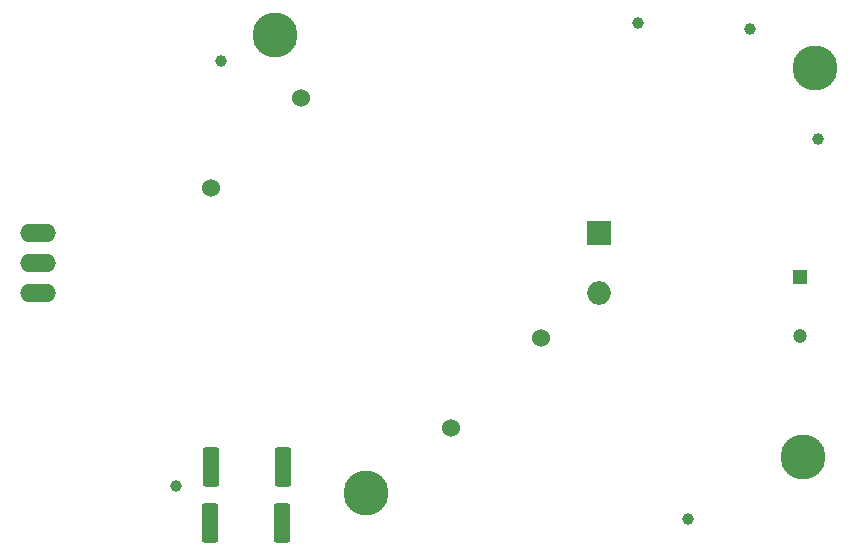
<source format=gts>
G04 #@! TF.GenerationSoftware,KiCad,Pcbnew,(6.0.11)*
G04 #@! TF.CreationDate,2023-06-13T18:49:00+03:00*
G04 #@! TF.ProjectId,flyback_48V_48W,666c7962-6163-46b5-9f34-38565f343857,rev?*
G04 #@! TF.SameCoordinates,Original*
G04 #@! TF.FileFunction,Soldermask,Top*
G04 #@! TF.FilePolarity,Negative*
%FSLAX46Y46*%
G04 Gerber Fmt 4.6, Leading zero omitted, Abs format (unit mm)*
G04 Created by KiCad (PCBNEW (6.0.11)) date 2023-06-13 18:49:00*
%MOMM*%
%LPD*%
G01*
G04 APERTURE LIST*
G04 Aperture macros list*
%AMRoundRect*
0 Rectangle with rounded corners*
0 $1 Rounding radius*
0 $2 $3 $4 $5 $6 $7 $8 $9 X,Y pos of 4 corners*
0 Add a 4 corners polygon primitive as box body*
4,1,4,$2,$3,$4,$5,$6,$7,$8,$9,$2,$3,0*
0 Add four circle primitives for the rounded corners*
1,1,$1+$1,$2,$3*
1,1,$1+$1,$4,$5*
1,1,$1+$1,$6,$7*
1,1,$1+$1,$8,$9*
0 Add four rect primitives between the rounded corners*
20,1,$1+$1,$2,$3,$4,$5,0*
20,1,$1+$1,$4,$5,$6,$7,0*
20,1,$1+$1,$6,$7,$8,$9,0*
20,1,$1+$1,$8,$9,$2,$3,0*%
G04 Aperture macros list end*
%ADD10C,3.800000*%
%ADD11O,3.048000X1.524000*%
%ADD12RoundRect,0.249999X-0.450001X-1.425001X0.450001X-1.425001X0.450001X1.425001X-0.450001X1.425001X0*%
%ADD13R,2.000000X2.000000*%
%ADD14O,2.000000X2.000000*%
%ADD15R,1.200000X1.200000*%
%ADD16C,1.200000*%
%ADD17C,1.524000*%
%ADD18C,1.000000*%
G04 APERTURE END LIST*
D10*
X133500000Y-78750000D03*
D11*
X105725000Y-59300000D03*
X105725000Y-56760000D03*
X105725000Y-61840000D03*
D10*
X171500000Y-42750000D03*
D12*
X120350000Y-76600000D03*
X126450000Y-76600000D03*
D13*
X153189500Y-56710000D03*
D14*
X153189500Y-61790000D03*
D15*
X170180000Y-60500000D03*
D16*
X170180000Y-65500000D03*
D17*
X127950000Y-45330000D03*
X120330000Y-52950000D03*
X140650000Y-73270000D03*
X148270000Y-65650000D03*
D10*
X170500000Y-75750000D03*
D18*
X117400000Y-78200000D03*
D12*
X120250000Y-81300000D03*
X126350000Y-81300000D03*
D18*
X160750000Y-81000000D03*
D10*
X125750000Y-40000000D03*
D18*
X171750000Y-48750000D03*
X166000000Y-39500000D03*
X156500000Y-39000000D03*
X121200000Y-42200000D03*
M02*

</source>
